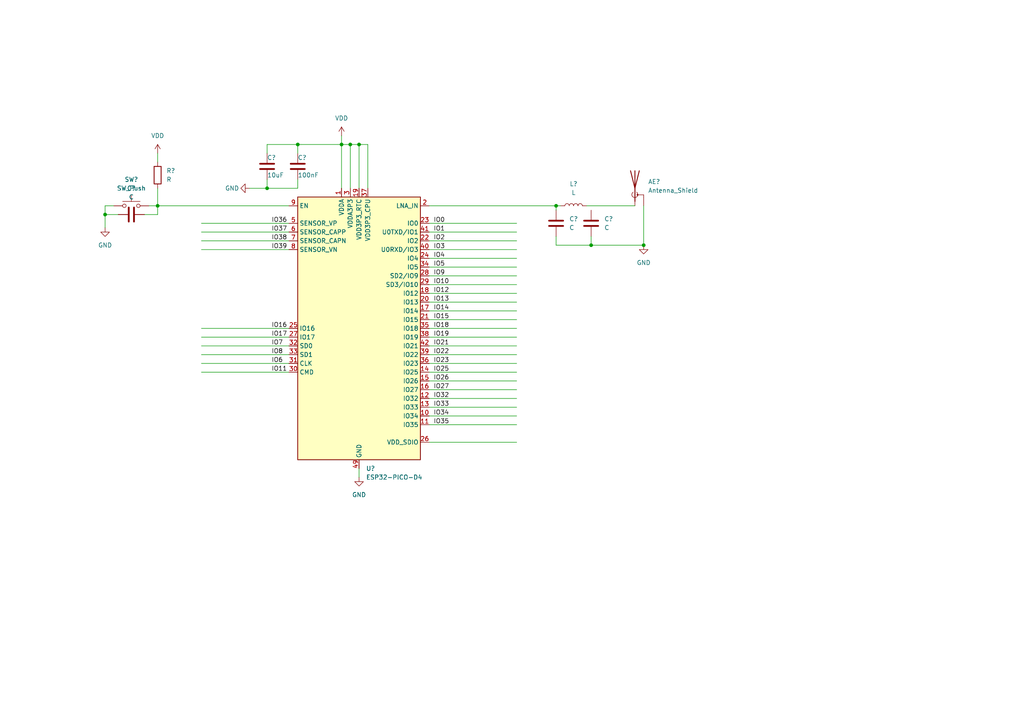
<source format=kicad_sch>
(kicad_sch (version 20211123) (generator eeschema)
  (paper "A4")
  (lib_symbols
    (symbol "Device:Antenna_Shield" (pin_numbers hide) (pin_names (offset 1.016) hide)
      (property "Reference" "AE" (at -1.905 4.445 0))
      (property "Value" "Antenna_Shield" (at -1.905 2.54 0))
      (symbol "Antenna_Shield_0_1"
        (arc (start -0.508 -1.143) (mid -0.8429 -2.1194) (end 0 -2.667))
        (arc (start 0 -2.667) (mid 0.7989 -2.1052) (end 0.508 -1.143))
        (polyline (pts (xy 0 -2.54) (xy 0 0)))
        (polyline (pts (xy 0 5.08) (xy 0 -3.81)) (stroke (width 0.254)))
        (polyline (pts (xy 0.762 -1.905) (xy 2.54 -1.905)))
        (polyline (pts (xy 2.54 -2.54) (xy 2.54 -1.905)))
        (polyline (pts (xy 1.27 5.08) (xy 0 0) (xy -1.27 5.08)) (stroke (width 0.254)))
        (circle (center 0.762 -1.905) (radius 0.1778) (fill (type outline)))
      )
      (symbol "Antenna_Shield_1_1"
        (pin input line (at 0 -5.08 90) (length 2.54) (name "A") (number "1"))
        (pin input line (at 2.54 -5.08 90) (length 2.54) (name "Shield") (number "2"))
      )
    )
    (symbol "Device:C" (pin_numbers hide) (pin_names (offset 0.254))
      (property "Reference" "C" (at 0.635 2.54 0))
      (property "Value" "C" (at 0.635 -2.54 0))
      (symbol "C_0_1"
        (polyline (pts (xy -2.032 -0.762) (xy 2.032 -0.762)) (stroke (width 0.508)))
        (polyline (pts (xy -2.032 0.762) (xy 2.032 0.762)) (stroke (width 0.508)))
      )
      (symbol "C_1_1"
        (pin passive line (at 0 3.81 270) (length 2.794) (name "~") (number "1"))
        (pin passive line (at 0 -3.81 90) (length 2.794) (name "~") (number "2"))
      )
    )
    (symbol "Device:L" (pin_numbers hide) (pin_names (offset 1.016) hide)
      (property "Reference" "L" (at -1.27 0 90))
      (property "Value" "L" (at 1.905 0 90))
      (symbol "L_0_1"
        (arc (start 0 -2.54) (mid 0.635 -1.905) (end 0 -1.27))
        (arc (start 0 -1.27) (mid 0.635 -0.635) (end 0 0))
        (arc (start 0 0) (mid 0.635 0.635) (end 0 1.27))
        (arc (start 0 1.27) (mid 0.635 1.905) (end 0 2.54))
      )
      (symbol "L_1_1"
        (pin passive line (at 0 3.81 270) (length 1.27) (name "1") (number "1"))
        (pin passive line (at 0 -3.81 90) (length 1.27) (name "2") (number "2"))
      )
    )
    (symbol "Device:R" (pin_numbers hide) (pin_names (offset 0))
      (property "Reference" "R" (at 2.032 0 90))
      (property "Value" "R" (at 0 0 90))
      (symbol "R_0_1"
        (rectangle (start -1.016 -2.54) (end 1.016 2.54) (stroke (width 0.254)))
      )
      (symbol "R_1_1"
        (pin passive line (at 0 3.81 270) (length 1.27) (name "~") (number "1"))
        (pin passive line (at 0 -3.81 90) (length 1.27) (name "~") (number "2"))
      )
    )
    (symbol "RF_Module:ESP32-PICO-D4"
      (property "Reference" "U" (at -17.78 39.37 0))
      (property "Value" "ESP32-PICO-D4" (at 3.81 39.37 0))
      (symbol "ESP32-PICO-D4_0_0"
        (pin power_in line (at -5.08 40.64 270) (length 2.54) (name "VDDA") (number "1"))
        (pin input line (at 20.32 -25.4 180) (length 2.54) (name "IO34") (number "10"))
        (pin input line (at 20.32 -27.94 180) (length 2.54) (name "IO35") (number "11"))
        (pin bidirectional line (at 20.32 -20.32 180) (length 2.54) (name "IO32") (number "12"))
        (pin bidirectional line (at 20.32 -22.86 180) (length 2.54) (name "IO33") (number "13"))
        (pin bidirectional line (at 20.32 -12.7 180) (length 2.54) (name "IO25") (number "14"))
        (pin bidirectional line (at 20.32 -15.24 180) (length 2.54) (name "IO26") (number "15"))
        (pin bidirectional line (at 20.32 -17.78 180) (length 2.54) (name "IO27") (number "16"))
        (pin bidirectional line (at 20.32 5.08 180) (length 2.54) (name "IO14") (number "17"))
        (pin bidirectional line (at 20.32 10.16 180) (length 2.54) (name "IO12") (number "18"))
        (pin power_in line (at 0 40.64 270) (length 2.54) (name "VDD3P3_RTC") (number "19"))
        (pin bidirectional line (at 20.32 35.56 180) (length 2.54) (name "LNA_IN") (number "2"))
        (pin bidirectional line (at 20.32 7.62 180) (length 2.54) (name "IO13") (number "20"))
        (pin bidirectional line (at 20.32 2.54 180) (length 2.54) (name "IO15") (number "21"))
        (pin bidirectional line (at 20.32 25.4 180) (length 2.54) (name "IO2") (number "22"))
        (pin bidirectional line (at 20.32 30.48 180) (length 2.54) (name "IO0") (number "23"))
        (pin bidirectional line (at 20.32 20.32 180) (length 2.54) (name "IO4") (number "24"))
        (pin bidirectional line (at -20.32 0 0) (length 2.54) (name "IO16") (number "25"))
        (pin power_out line (at 20.32 -33.02 180) (length 2.54) (name "VDD_SDIO") (number "26"))
        (pin bidirectional line (at -20.32 -2.54 0) (length 2.54) (name "IO17") (number "27"))
        (pin bidirectional line (at 20.32 15.24 180) (length 2.54) (name "SD2/IO9") (number "28"))
        (pin bidirectional line (at 20.32 12.7 180) (length 2.54) (name "SD3/IO10") (number "29"))
        (pin power_in line (at -2.54 40.64 270) (length 2.54) (name "VDDA3P3") (number "3"))
        (pin bidirectional line (at -20.32 -12.7 0) (length 2.54) (name "CMD") (number "30"))
        (pin bidirectional line (at -20.32 -10.16 0) (length 2.54) (name "CLK") (number "31"))
        (pin bidirectional line (at -20.32 -5.08 0) (length 2.54) (name "SD0") (number "32"))
        (pin bidirectional line (at -20.32 -7.62 0) (length 2.54) (name "SD1") (number "33"))
        (pin bidirectional line (at 20.32 17.78 180) (length 2.54) (name "IO5") (number "34"))
        (pin bidirectional line (at 20.32 0 180) (length 2.54) (name "IO18") (number "35"))
        (pin bidirectional line (at 20.32 -10.16 180) (length 2.54) (name "IO23") (number "36"))
        (pin power_in line (at 2.54 40.64 270) (length 2.54) (name "VDD3P3_CPU") (number "37"))
        (pin bidirectional line (at 20.32 -2.54 180) (length 2.54) (name "IO19") (number "38"))
        (pin bidirectional line (at 20.32 -7.62 180) (length 2.54) (name "IO22") (number "39"))
        (pin passive line (at -2.54 40.64 270) (length 2.54) hide (name "VDDA3P3") (number "4"))
        (pin bidirectional line (at 20.32 22.86 180) (length 2.54) (name "U0RXD/IO3") (number "40"))
        (pin bidirectional line (at 20.32 27.94 180) (length 2.54) (name "U0TXD/IO1") (number "41"))
        (pin bidirectional line (at 20.32 -5.08 180) (length 2.54) (name "IO21") (number "42"))
        (pin passive line (at -5.08 40.64 270) (length 2.54) hide (name "VDDA") (number "43"))
        (pin no_connect line (at -17.78 -25.4 0) (length 2.54) hide (name "XTAL_N_NC") (number "44"))
        (pin no_connect line (at -17.78 -27.94 0) (length 2.54) hide (name "XTAL_P_NC") (number "45"))
        (pin passive line (at -5.08 40.64 270) (length 2.54) hide (name "VDDA") (number "46"))
        (pin no_connect line (at -17.78 -30.48 0) (length 2.54) hide (name "CAP2_NC") (number "47"))
        (pin no_connect line (at -17.78 -33.02 0) (length 2.54) hide (name "CAP1_NC") (number "48"))
        (pin power_in line (at 0 -40.64 90) (length 2.54) (name "GND") (number "49"))
        (pin input line (at -20.32 30.48 0) (length 2.54) (name "SENSOR_VP") (number "5"))
        (pin input line (at -20.32 27.94 0) (length 2.54) (name "SENSOR_CAPP") (number "6"))
        (pin input line (at -20.32 25.4 0) (length 2.54) (name "SENSOR_CAPN") (number "7"))
        (pin input line (at -20.32 22.86 0) (length 2.54) (name "SENSOR_VN") (number "8"))
        (pin input line (at -20.32 35.56 0) (length 2.54) (name "EN") (number "9"))
      )
      (symbol "ESP32-PICO-D4_0_1"
        (rectangle (start -17.78 38.1) (end 17.78 -38.1) (stroke (width 0.254)) (fill (type background)))
      )
    )
    (symbol "Switch:SW_Push" (pin_numbers hide) (pin_names (offset 1.016) hide)
      (property "Reference" "SW" (at 1.27 2.54 0))
      (property "Value" "SW_Push" (at 0 -1.524 0))
      (symbol "SW_Push_0_1"
        (circle (center -2.032 0) (radius 0.508))
        (polyline (pts (xy 0 1.27) (xy 0 3.048)))
        (polyline (pts (xy 2.54 1.27) (xy -2.54 1.27)))
        (circle (center 2.032 0) (radius 0.508))
        (pin passive line (at -5.08 0 0) (length 2.54) (name "1") (number "1"))
        (pin passive line (at 5.08 0 180) (length 2.54) (name "2") (number "2"))
      )
    )
    (symbol "power:GND" (power) (pin_names (offset 0))
      (property "Value" "GND" (at 0 -3.81 0))
      (symbol "GND_0_1"
        (polyline (pts (xy 0 0) (xy 0 -1.27) (xy 1.27 -1.27) (xy 0 -2.54) (xy -1.27 -1.27) (xy 0 -1.27)))
      )
      (symbol "GND_1_1"
        (pin power_in line (at 0 0 270) (length 0) hide (name "GND") (number "1"))
      )
    )
    (symbol "power:VDD" (power) (pin_names (offset 0))
      (property "Value" "VDD" (at 0 3.81 0))
      (symbol "VDD_0_1"
        (polyline (pts (xy -0.762 1.27) (xy 0 2.54)))
        (polyline (pts (xy 0 0) (xy 0 2.54)))
        (polyline (pts (xy 0 2.54) (xy 0.762 1.27)))
      )
      (symbol "VDD_1_1"
        (pin power_in line (at 0 0 90) (length 0) hide (name "VDD") (number "1"))
      )
    )
  )
  (junction (at 186.69 71.12))
  (junction (at 45.72 59.69))
  (junction (at 171.45 71.12))
  (junction (at 104.14 41.91))
  (junction (at 86.36 41.91))
  (junction (at 77.47 54.61))
  (junction (at 99.06 41.91))
  (junction (at 30.48 62.23))
  (junction (at 101.6 41.91))
  (junction (at 161.29 59.69))
  (wire (pts (xy 58.42 72.39) (xy 83.82 72.39)))
  (wire (pts (xy 99.06 41.91) (xy 99.06 54.61)))
  (wire (pts (xy 124.46 67.31) (xy 149.86 67.31)))
  (wire (pts (xy 99.06 41.91) (xy 101.6 41.91)))
  (wire (pts (xy 58.42 105.41) (xy 83.82 105.41)))
  (wire (pts (xy 45.72 54.61) (xy 45.72 59.69)))
  (wire (pts (xy 124.46 87.63) (xy 149.86 87.63)))
  (wire (pts (xy 104.14 41.91) (xy 104.14 54.61)))
  (wire (pts (xy 124.46 95.25) (xy 149.86 95.25)))
  (wire (pts (xy 124.46 110.49) (xy 149.86 110.49)))
  (wire (pts (xy 124.46 100.33) (xy 149.86 100.33)))
  (wire (pts (xy 124.46 97.79) (xy 149.86 97.79)))
  (wire (pts (xy 104.14 41.91) (xy 106.68 41.91)))
  (wire (pts (xy 101.6 41.91) (xy 101.6 54.61)))
  (wire (pts (xy 124.46 107.95) (xy 149.86 107.95)))
  (wire (pts (xy 161.29 71.12) (xy 161.29 68.58)))
  (wire (pts (xy 171.45 68.58) (xy 171.45 71.12)))
  (wire (pts (xy 124.46 113.03) (xy 149.86 113.03)))
  (wire (pts (xy 77.47 44.45) (xy 77.47 41.91)))
  (wire (pts (xy 30.48 62.23) (xy 34.29 62.23)))
  (wire (pts (xy 124.46 105.41) (xy 149.86 105.41)))
  (wire (pts (xy 45.72 44.45) (xy 45.72 46.99)))
  (wire (pts (xy 124.46 102.87) (xy 149.86 102.87)))
  (wire (pts (xy 77.47 52.07) (xy 77.47 54.61)))
  (wire (pts (xy 124.46 120.65) (xy 149.86 120.65)))
  (wire (pts (xy 72.39 54.61) (xy 77.47 54.61)))
  (wire (pts (xy 45.72 59.69) (xy 83.82 59.69)))
  (wire (pts (xy 124.46 69.85) (xy 149.86 69.85)))
  (wire (pts (xy 124.46 90.17) (xy 149.86 90.17)))
  (wire (pts (xy 124.46 85.09) (xy 149.86 85.09)))
  (wire (pts (xy 124.46 72.39) (xy 149.86 72.39)))
  (wire (pts (xy 124.46 64.77) (xy 149.86 64.77)))
  (wire (pts (xy 86.36 41.91) (xy 86.36 44.45)))
  (wire (pts (xy 124.46 92.71) (xy 149.86 92.71)))
  (wire (pts (xy 58.42 100.33) (xy 83.82 100.33)))
  (wire (pts (xy 104.14 135.89) (xy 104.14 138.43)))
  (wire (pts (xy 124.46 82.55) (xy 149.86 82.55)))
  (wire (pts (xy 30.48 59.69) (xy 33.02 59.69)))
  (wire (pts (xy 58.42 64.77) (xy 83.82 64.77)))
  (wire (pts (xy 58.42 95.25) (xy 83.82 95.25)))
  (wire (pts (xy 124.46 123.19) (xy 149.86 123.19)))
  (wire (pts (xy 30.48 66.04) (xy 30.48 62.23)))
  (wire (pts (xy 41.91 62.23) (xy 45.72 62.23)))
  (wire (pts (xy 124.46 59.69) (xy 161.29 59.69)))
  (wire (pts (xy 77.47 54.61) (xy 86.36 54.61)))
  (wire (pts (xy 171.45 71.12) (xy 161.29 71.12)))
  (wire (pts (xy 58.42 97.79) (xy 83.82 97.79)))
  (wire (pts (xy 99.06 41.91) (xy 99.06 39.37)))
  (wire (pts (xy 161.29 59.69) (xy 162.56 59.69)))
  (wire (pts (xy 58.42 107.95) (xy 83.82 107.95)))
  (wire (pts (xy 124.46 74.93) (xy 149.86 74.93)))
  (wire (pts (xy 58.42 102.87) (xy 83.82 102.87)))
  (wire (pts (xy 58.42 69.85) (xy 83.82 69.85)))
  (wire (pts (xy 124.46 80.01) (xy 149.86 80.01)))
  (wire (pts (xy 101.6 41.91) (xy 104.14 41.91)))
  (wire (pts (xy 106.68 41.91) (xy 106.68 54.61)))
  (wire (pts (xy 58.42 67.31) (xy 83.82 67.31)))
  (wire (pts (xy 186.69 71.12) (xy 171.45 71.12)))
  (wire (pts (xy 86.36 41.91) (xy 99.06 41.91)))
  (wire (pts (xy 45.72 62.23) (xy 45.72 59.69)))
  (wire (pts (xy 170.18 59.69) (xy 184.15 59.69)))
  (wire (pts (xy 124.46 118.11) (xy 149.86 118.11)))
  (wire (pts (xy 45.72 59.69) (xy 43.18 59.69)))
  (wire (pts (xy 30.48 62.23) (xy 30.48 59.69)))
  (wire (pts (xy 124.46 77.47) (xy 149.86 77.47)))
  (wire (pts (xy 161.29 59.69) (xy 161.29 60.96)))
  (wire (pts (xy 124.46 115.57) (xy 149.86 115.57)))
  (wire (pts (xy 86.36 54.61) (xy 86.36 52.07)))
  (wire (pts (xy 124.46 128.27) (xy 149.86 128.27)))
  (wire (pts (xy 77.47 41.91) (xy 86.36 41.91)))
  (wire (pts (xy 186.69 59.69) (xy 186.69 71.12)))
  (label "IO2" (at 125.73 69.85 0))
  (label "IO0" (at 125.73 64.77 0))
  (label "IO23" (at 125.73 105.41 0))
  (label "IO18" (at 125.73 95.25 0))
  (label "IO32" (at 125.73 115.57 0))
  (label "IO17" (at 78.74 97.79 0))
  (label "IO35" (at 125.73 123.19 0))
  (label "IO6" (at 78.74 105.41 0))
  (label "IO38" (at 78.74 69.85 0))
  (label "IO21" (at 125.73 100.33 0))
  (label "IO16" (at 78.74 95.25 0))
  (label "IO22" (at 125.73 102.87 0))
  (label "IO34" (at 125.73 120.65 0))
  (label "IO19" (at 125.73 97.79 0))
  (label "IO1" (at 125.73 67.31 0))
  (label "IO37" (at 78.74 67.31 0))
  (label "IO14" (at 125.73 90.17 0))
  (label "IO39" (at 78.74 72.39 0))
  (label "IO3" (at 125.73 72.39 0))
  (label "IO33" (at 125.73 118.11 0))
  (label "IO9" (at 125.73 80.01 0))
  (label "IO15" (at 125.73 92.71 0))
  (label "IO10" (at 125.73 82.55 0))
  (label "IO11" (at 78.74 107.95 0))
  (label "IO7" (at 78.74 100.33 0))
  (label "IO36" (at 78.74 64.77 0))
  (label "IO4" (at 125.73 74.93 0))
  (label "IO5" (at 125.73 77.47 0))
  (label "IO26" (at 125.73 110.49 0))
  (label "IO13" (at 125.73 87.63 0))
  (label "IO27" (at 125.73 113.03 0))
  (label "IO12" (at 125.73 85.09 0))
  (label "IO25" (at 125.73 107.95 0))
  (label "IO8" (at 78.74 102.87 0))
  (symbol (lib_id "Device:C") (at 171.45 64.77 0) (unit 1)
    (property "Reference" "C?" (at 175.26 63.4999 0) (effects (justify left)))
    (property "Value" "C" (at 175.26 66.0399 0) (effects (justify left)))
  )
  (symbol (lib_id "Device:C") (at 86.36 48.26 0) (unit 1)
    (property "Reference" "C?" (at 86.36 45.72 0) (effects (justify left)))
    (property "Value" "100nF" (at 86.36 50.8 0) (effects (justify left)))
  )
  (symbol (lib_id "Device:C") (at 38.1 62.23 90) (unit 1)
    (property "Reference" "C?" (at 38.1 54.61 90))
    (property "Value" "C" (at 38.1 57.15 90))
  )
  (symbol (lib_id "Device:C") (at 77.47 48.26 0) (unit 1)
    (property "Reference" "C?" (at 77.47 45.72 0) (effects (justify left)))
    (property "Value" "10uF" (at 77.47 50.8 0) (effects (justify left)))
  )
  (symbol (lib_id "RF_Module:ESP32-PICO-D4") (at 104.14 95.25 0) (unit 1)
    (property "Reference" "U?" (at 106.1594 135.89 0) (effects (justify left)))
    (property "Value" "ESP32-PICO-D4" (at 106.1594 138.43 0) (effects (justify left)))
    (property "Footprint" "Package_DFN_QFN:QFN-48-1EP_7x7mm_P0.5mm_EP5.3x5.3mm" (effects hide))
    (property "Datasheet" "https://www.espressif.com/sites/default/files/documentation/esp32-pico-d4_datasheet_en.pdf" (effects hide))
  )
  (symbol (lib_id "power:GND") (at 186.69 71.12 0) (unit 1)
    (property "Reference" "#PWR?" (effects hide))
    (property "Value" "GND" (at 186.69 76.2 0))
  )
  (symbol (lib_id "Device:C") (at 161.29 64.77 0) (unit 1)
    (property "Reference" "C?" (at 165.1 63.4999 0) (effects (justify left)))
    (property "Value" "C" (at 165.1 66.0399 0) (effects (justify left)))
  )
  (symbol (lib_id "power:GND") (at 72.39 54.61 270) (unit 1)
    (property "Reference" "#PWR?" (effects hide))
    (property "Value" "GND" (at 67.31 54.61 90))
  )
  (symbol (lib_id "Switch:SW_Push") (at 38.1 59.69 0) (unit 1)
    (property "Reference" "SW?" (at 38.1 52.07 0))
    (property "Value" "SW_Push" (at 38.1 54.61 0))
  )
  (symbol (lib_id "power:GND") (at 104.14 138.43 0) (unit 1)
    (property "Reference" "#PWR?" (effects hide))
    (property "Value" "GND" (at 104.14 143.51 0))
  )
  (symbol (lib_id "Device:L") (at 166.37 59.69 90) (unit 1)
    (property "Reference" "L?" (at 166.37 53.34 90))
    (property "Value" "L" (at 166.37 55.88 90))
  )
  (symbol (lib_id "power:GND") (at 30.48 66.04 0) (unit 1)
    (property "Reference" "#PWR?" (effects hide))
    (property "Value" "GND" (at 30.48 71.12 0))
  )
  (symbol (lib_id "power:VDD") (at 45.72 44.45 0) (unit 1)
    (property "Reference" "#PWR?" (effects hide))
    (property "Value" "VDD" (at 45.72 39.37 0))
  )
  (symbol (lib_id "Device:R") (at 45.72 50.8 0) (unit 1)
    (property "Reference" "R?" (at 48.26 49.5299 0) (effects (justify left)))
    (property "Value" "R" (at 48.26 52.0699 0) (effects (justify left)))
  )
  (symbol (lib_id "Device:Antenna_Shield") (at 184.15 54.61 0) (unit 1)
    (property "Reference" "AE?" (at 187.96 52.7049 0) (effects (justify left)))
    (property "Value" "Antenna_Shield" (at 187.96 55.2449 0) (effects (justify left)))
  )
  (symbol (lib_id "power:VDD") (at 99.06 39.37 0) (unit 1)
    (property "Reference" "#PWR?" (effects hide))
    (property "Value" "VDD" (at 99.06 34.29 0))
  )
)
</source>
